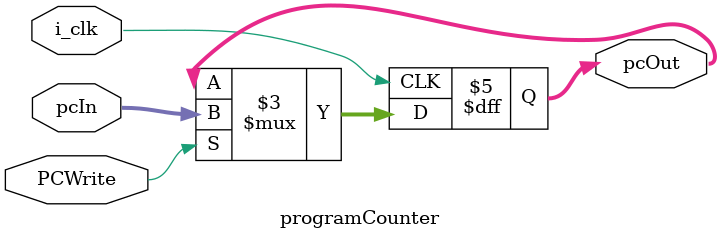
<source format=v>
`timescale 1ns / 1ps


module programCounter(
input PCWrite,
input   i_clk,
input [31:0] pcIn,
output reg [31:0] pcOut
    );

initial
   pcOut <= 32'b0; 
    
always @(posedge i_clk)
    if(PCWrite)
        pcOut <= pcIn;
endmodule

</source>
